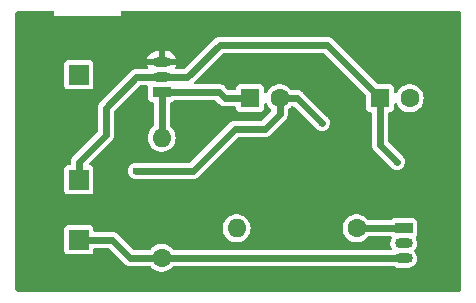
<source format=gbl>
%TF.GenerationSoftware,KiCad,Pcbnew,9.0.5*%
%TF.CreationDate,2026-01-24T20:46:11+00:00*%
%TF.ProjectId,Spectrum 48K Video Mod,53706563-7472-4756-9d20-34384b205669,1.0*%
%TF.SameCoordinates,Original*%
%TF.FileFunction,Copper,L2,Bot*%
%TF.FilePolarity,Positive*%
%FSLAX46Y46*%
G04 Gerber Fmt 4.6, Leading zero omitted, Abs format (unit mm)*
G04 Created by KiCad (PCBNEW 9.0.5) date 2026-01-24 20:46:11*
%MOMM*%
%LPD*%
G01*
G04 APERTURE LIST*
%TA.AperFunction,ComponentPad*%
%ADD10R,1.600000X1.600000*%
%TD*%
%TA.AperFunction,ComponentPad*%
%ADD11C,1.600000*%
%TD*%
%TA.AperFunction,ComponentPad*%
%ADD12R,1.700000X1.700000*%
%TD*%
%TA.AperFunction,ComponentPad*%
%ADD13R,1.500000X0.900000*%
%TD*%
%TA.AperFunction,ComponentPad*%
%ADD14O,1.500000X0.900000*%
%TD*%
%TA.AperFunction,ComponentPad*%
%ADD15O,1.600000X1.600000*%
%TD*%
%TA.AperFunction,ViaPad*%
%ADD16C,0.600000*%
%TD*%
%TA.AperFunction,Conductor*%
%ADD17C,0.600000*%
%TD*%
G04 APERTURE END LIST*
D10*
%TO.P,C1,1*%
%TO.N,Net-(C1-Pad1)*%
X125000000Y-98500000D03*
D11*
%TO.P,C1,2*%
%TO.N,VIDEO_OUT*%
X127500000Y-98500000D03*
%TD*%
D10*
%TO.P,C2,1*%
%TO.N,VIDEO_IN*%
X136000000Y-98500000D03*
D11*
%TO.P,C2,2*%
%TO.N,VIDEO_OUT*%
X138500000Y-98500000D03*
%TD*%
D12*
%TO.P,P1,1*%
%TO.N,+5V*%
X110490000Y-110490000D03*
%TD*%
%TO.P,P2,1*%
%TO.N,VIDEO_IN*%
X110490000Y-105410000D03*
%TD*%
%TO.P,P3,1*%
%TO.N,VIDEO_OUT*%
X110490000Y-96520000D03*
%TD*%
D13*
%TO.P,Q1,1*%
%TO.N,Net-(C1-Pad1)*%
X117500000Y-98000000D03*
D14*
%TO.P,Q1,2*%
%TO.N,VIDEO_IN*%
X117500000Y-96730000D03*
%TO.P,Q1,3*%
%TO.N,GNDPWR*%
X117500000Y-95460000D03*
%TD*%
D13*
%TO.P,Q2,1*%
%TO.N,Net-(Q2-Pad1)*%
X138000000Y-109500000D03*
D14*
%TO.P,Q2,2*%
%TO.N,VIDEO_IN*%
X138000000Y-110770000D03*
%TO.P,Q2,3*%
%TO.N,+5V*%
X138000000Y-112040000D03*
%TD*%
D11*
%TO.P,R1,1*%
%TO.N,+5V*%
X117500000Y-112000000D03*
D15*
%TO.P,R1,2*%
%TO.N,Net-(C1-Pad1)*%
X117500000Y-101840000D03*
%TD*%
D11*
%TO.P,R2,1*%
%TO.N,Net-(Q2-Pad1)*%
X134000000Y-109500000D03*
D15*
%TO.P,R2,2*%
%TO.N,VIDEO_OUT*%
X123840000Y-109500000D03*
%TD*%
D16*
%TO.N,VIDEO_OUT*%
X115316000Y-104648000D03*
X131064000Y-100584000D03*
%TO.N,VIDEO_IN*%
X137414000Y-103886000D03*
%TD*%
D17*
%TO.N,Net-(C1-Pad1)*%
X122384000Y-98000000D02*
X122884000Y-98500000D01*
X122884000Y-98500000D02*
X125000000Y-98500000D01*
X117500000Y-101840000D02*
X117500000Y-98000000D01*
X117500000Y-98000000D02*
X122384000Y-98000000D01*
%TO.N,VIDEO_OUT*%
X128980000Y-98500000D02*
X131064000Y-100584000D01*
X127500000Y-99830000D02*
X126238000Y-101092000D01*
X126238000Y-101092000D02*
X123698000Y-101092000D01*
X123698000Y-101092000D02*
X120142000Y-104648000D01*
X120142000Y-104648000D02*
X115316000Y-104648000D01*
X127500000Y-98500000D02*
X128980000Y-98500000D01*
X127500000Y-98500000D02*
X127500000Y-99830000D01*
%TO.N,VIDEO_IN*%
X115360000Y-96730000D02*
X112776000Y-99314000D01*
X112776000Y-99314000D02*
X112776000Y-101600000D01*
X112776000Y-101600000D02*
X110490000Y-103886000D01*
X110490000Y-103886000D02*
X110490000Y-105410000D01*
X119678000Y-96730000D02*
X122428000Y-93980000D01*
X122428000Y-93980000D02*
X131480000Y-93980000D01*
X131480000Y-93980000D02*
X136000000Y-98500000D01*
X137414000Y-103886000D02*
X136000000Y-102472000D01*
X136000000Y-102472000D02*
X136000000Y-98500000D01*
X117500000Y-96730000D02*
X115360000Y-96730000D01*
X117500000Y-96730000D02*
X119678000Y-96730000D01*
%TO.N,+5V*%
X117540000Y-112040000D02*
X117500000Y-112000000D01*
X114794000Y-112000000D02*
X113284000Y-110490000D01*
X113284000Y-110490000D02*
X110490000Y-110490000D01*
X117500000Y-112000000D02*
X114794000Y-112000000D01*
X138000000Y-112040000D02*
X117540000Y-112040000D01*
%TO.N,Net-(Q2-Pad1)*%
X134000000Y-109500000D02*
X138000000Y-109500000D01*
%TD*%
%TA.AperFunction,Conductor*%
%TO.N,GNDPWR*%
G36*
X108366621Y-91095502D02*
G01*
X108413114Y-91149158D01*
X108424500Y-91201500D01*
X108424500Y-91454469D01*
X108422587Y-91476343D01*
X108420876Y-91486048D01*
X108422586Y-91495746D01*
X108423750Y-91509059D01*
X108425249Y-91517559D01*
X108428707Y-91530468D01*
X108430418Y-91540170D01*
X108433935Y-91546262D01*
X108438452Y-91551645D01*
X108446982Y-91556570D01*
X108464972Y-91569167D01*
X108472518Y-91575499D01*
X108472519Y-91575499D01*
X108472520Y-91575500D01*
X108472521Y-91575500D01*
X108479123Y-91577903D01*
X108486047Y-91579124D01*
X108486047Y-91579123D01*
X108486048Y-91579124D01*
X108495746Y-91577413D01*
X108517625Y-91575500D01*
X113954470Y-91575500D01*
X113976350Y-91577414D01*
X113986047Y-91579124D01*
X113986047Y-91579123D01*
X113986048Y-91579124D01*
X113995746Y-91577413D01*
X114009067Y-91576248D01*
X114013310Y-91575500D01*
X114013312Y-91575500D01*
X114013313Y-91575499D01*
X114017576Y-91574748D01*
X114030473Y-91571290D01*
X114040172Y-91569581D01*
X114040173Y-91569579D01*
X114046260Y-91566064D01*
X114051641Y-91561549D01*
X114051645Y-91561548D01*
X114056569Y-91553018D01*
X114069165Y-91535028D01*
X114075500Y-91527480D01*
X114075500Y-91527479D01*
X114077902Y-91520879D01*
X114079122Y-91513955D01*
X114079124Y-91513952D01*
X114077414Y-91504253D01*
X114075500Y-91482374D01*
X114075500Y-91201500D01*
X114095502Y-91133379D01*
X114149158Y-91086886D01*
X114201500Y-91075500D01*
X142475469Y-91075500D01*
X142491743Y-91075500D01*
X142508188Y-91076578D01*
X142520804Y-91078238D01*
X142593421Y-91087798D01*
X142625193Y-91096312D01*
X142696925Y-91126025D01*
X142725410Y-91142470D01*
X142787006Y-91189734D01*
X142810264Y-91212993D01*
X142848962Y-91263425D01*
X142874563Y-91329645D01*
X142875000Y-91340129D01*
X142875000Y-114659870D01*
X142854998Y-114727991D01*
X142848962Y-114736574D01*
X142810264Y-114787006D01*
X142787006Y-114810265D01*
X142725410Y-114857529D01*
X142696925Y-114873974D01*
X142625193Y-114903687D01*
X142593420Y-114912201D01*
X142508189Y-114923422D01*
X142491743Y-114924500D01*
X105508257Y-114924500D01*
X105491811Y-114923422D01*
X105406579Y-114912201D01*
X105374806Y-114903687D01*
X105303074Y-114873974D01*
X105274589Y-114857529D01*
X105212993Y-114810265D01*
X105189734Y-114787006D01*
X105142470Y-114725410D01*
X105126025Y-114696925D01*
X105096312Y-114625193D01*
X105087798Y-114593419D01*
X105076578Y-114508187D01*
X105075500Y-114491742D01*
X105075500Y-111376207D01*
X109258500Y-111376207D01*
X109269304Y-111450361D01*
X109269304Y-111450363D01*
X109325223Y-111564745D01*
X109325224Y-111564747D01*
X109415252Y-111654775D01*
X109415254Y-111654776D01*
X109529639Y-111710696D01*
X109603794Y-111721500D01*
X109603800Y-111721500D01*
X111376200Y-111721500D01*
X111376206Y-111721500D01*
X111450361Y-111710696D01*
X111564746Y-111654776D01*
X111654776Y-111564746D01*
X111710696Y-111450361D01*
X111721500Y-111376206D01*
X111721500Y-111297500D01*
X111741502Y-111229379D01*
X111795158Y-111182886D01*
X111847500Y-111171500D01*
X112949523Y-111171500D01*
X113017644Y-111191502D01*
X113038618Y-111208405D01*
X114294846Y-112464632D01*
X114300062Y-112470173D01*
X114338760Y-112513853D01*
X114338763Y-112513856D01*
X114386795Y-112547010D01*
X114392906Y-112551506D01*
X114438845Y-112587497D01*
X114438846Y-112587497D01*
X114438847Y-112587498D01*
X114447380Y-112591338D01*
X114467253Y-112602546D01*
X114474965Y-112607870D01*
X114529550Y-112628571D01*
X114536551Y-112631471D01*
X114589762Y-112655420D01*
X114598973Y-112657107D01*
X114620947Y-112663233D01*
X114623994Y-112664388D01*
X114629709Y-112666556D01*
X114687657Y-112673591D01*
X114695141Y-112674730D01*
X114752550Y-112685252D01*
X114810778Y-112681729D01*
X114818385Y-112681500D01*
X116471359Y-112681500D01*
X116539480Y-112701502D01*
X116571908Y-112731566D01*
X116622907Y-112799100D01*
X116623124Y-112799387D01*
X116784931Y-112946893D01*
X116784934Y-112946895D01*
X116971097Y-113062163D01*
X116971099Y-113062163D01*
X116971104Y-113062167D01*
X117175282Y-113141266D01*
X117390518Y-113181500D01*
X117390520Y-113181500D01*
X117609480Y-113181500D01*
X117609482Y-113181500D01*
X117824718Y-113141266D01*
X118028896Y-113062167D01*
X118215063Y-112946897D01*
X118215065Y-112946894D01*
X118215068Y-112946893D01*
X118376875Y-112799387D01*
X118376877Y-112799385D01*
X118376877Y-112799384D01*
X118376880Y-112799382D01*
X118397884Y-112771568D01*
X118454897Y-112729261D01*
X118498434Y-112721500D01*
X137180059Y-112721500D01*
X137248180Y-112741502D01*
X137256310Y-112747192D01*
X137268788Y-112756677D01*
X137268791Y-112756679D01*
X137360483Y-112799100D01*
X137432935Y-112832620D01*
X137609569Y-112871500D01*
X137609573Y-112871500D01*
X138345074Y-112871500D01*
X138345082Y-112871500D01*
X138479802Y-112856848D01*
X138651197Y-112799099D01*
X138806170Y-112705855D01*
X138937475Y-112581476D01*
X139038972Y-112431778D01*
X139105916Y-112263762D01*
X139135176Y-112085282D01*
X139125385Y-111904685D01*
X139076999Y-111730415D01*
X138992282Y-111570621D01*
X138976445Y-111551977D01*
X138923137Y-111489217D01*
X138894281Y-111424349D01*
X138905076Y-111354177D01*
X138932521Y-111316168D01*
X138937475Y-111311476D01*
X139038972Y-111161778D01*
X139105916Y-110993762D01*
X139135176Y-110815282D01*
X139125385Y-110634685D01*
X139076999Y-110460415D01*
X139076999Y-110460414D01*
X139076998Y-110460411D01*
X139017404Y-110348006D01*
X139003167Y-110278451D01*
X139028795Y-110212241D01*
X139039624Y-110199897D01*
X139064776Y-110174746D01*
X139120696Y-110060361D01*
X139131500Y-109986206D01*
X139131500Y-109013794D01*
X139120696Y-108939639D01*
X139064776Y-108825254D01*
X139064775Y-108825252D01*
X138974747Y-108735224D01*
X138974745Y-108735223D01*
X138860362Y-108679304D01*
X138786207Y-108668500D01*
X138786206Y-108668500D01*
X137213794Y-108668500D01*
X137213792Y-108668500D01*
X137139638Y-108679304D01*
X137139636Y-108679304D01*
X137025255Y-108735222D01*
X137002069Y-108758408D01*
X136978881Y-108781596D01*
X136916572Y-108815620D01*
X136889788Y-108818500D01*
X135028641Y-108818500D01*
X134960520Y-108798498D01*
X134928091Y-108768433D01*
X134876880Y-108700618D01*
X134876878Y-108700616D01*
X134876875Y-108700612D01*
X134715068Y-108553106D01*
X134715065Y-108553104D01*
X134528902Y-108437836D01*
X134528897Y-108437834D01*
X134528896Y-108437833D01*
X134324721Y-108358735D01*
X134324722Y-108358735D01*
X134324719Y-108358734D01*
X134324718Y-108358734D01*
X134109482Y-108318500D01*
X133890518Y-108318500D01*
X133675282Y-108358734D01*
X133675277Y-108358735D01*
X133471108Y-108437831D01*
X133471097Y-108437836D01*
X133284934Y-108553104D01*
X133284931Y-108553106D01*
X133123124Y-108700612D01*
X133123122Y-108700614D01*
X132991165Y-108875355D01*
X132991161Y-108875360D01*
X132893567Y-109071354D01*
X132893562Y-109071368D01*
X132833641Y-109281968D01*
X132813438Y-109500000D01*
X132833641Y-109718031D01*
X132893562Y-109928631D01*
X132893567Y-109928645D01*
X132991161Y-110124639D01*
X132991165Y-110124644D01*
X133123122Y-110299385D01*
X133123124Y-110299387D01*
X133284931Y-110446893D01*
X133284934Y-110446895D01*
X133471097Y-110562163D01*
X133471099Y-110562163D01*
X133471104Y-110562167D01*
X133675282Y-110641266D01*
X133890518Y-110681500D01*
X133890520Y-110681500D01*
X134109480Y-110681500D01*
X134109482Y-110681500D01*
X134324718Y-110641266D01*
X134528896Y-110562167D01*
X134715063Y-110446897D01*
X134715065Y-110446894D01*
X134715068Y-110446893D01*
X134876875Y-110299387D01*
X134876876Y-110299385D01*
X134876880Y-110299382D01*
X134928091Y-110231567D01*
X134985104Y-110189261D01*
X135028641Y-110181500D01*
X136856747Y-110181500D01*
X136924868Y-110201502D01*
X136971361Y-110255158D01*
X136981465Y-110325432D01*
X136963516Y-110371803D01*
X136964230Y-110372182D01*
X136961045Y-110378189D01*
X136961039Y-110378206D01*
X136961028Y-110378220D01*
X136894083Y-110546238D01*
X136864824Y-110724717D01*
X136864824Y-110724718D01*
X136874614Y-110905312D01*
X136874616Y-110905320D01*
X136923000Y-111079584D01*
X136972781Y-111173481D01*
X136987017Y-111243035D01*
X136961389Y-111309245D01*
X136904034Y-111351089D01*
X136861458Y-111358500D01*
X118558847Y-111358500D01*
X118490726Y-111338498D01*
X118458297Y-111308432D01*
X118376877Y-111200614D01*
X118376875Y-111200612D01*
X118215068Y-111053106D01*
X118215065Y-111053104D01*
X118028902Y-110937836D01*
X118028897Y-110937834D01*
X118028896Y-110937833D01*
X118028891Y-110937831D01*
X117824721Y-110858735D01*
X117824722Y-110858735D01*
X117824719Y-110858734D01*
X117824718Y-110858734D01*
X117609482Y-110818500D01*
X117390518Y-110818500D01*
X117175282Y-110858734D01*
X117175277Y-110858735D01*
X116971108Y-110937831D01*
X116971097Y-110937836D01*
X116784934Y-111053104D01*
X116784931Y-111053106D01*
X116623124Y-111200612D01*
X116601401Y-111229379D01*
X116571908Y-111268432D01*
X116514896Y-111310739D01*
X116471359Y-111318500D01*
X115128476Y-111318500D01*
X115060355Y-111298498D01*
X115039381Y-111281595D01*
X113783145Y-110025358D01*
X113777928Y-110019817D01*
X113739235Y-109976142D01*
X113739234Y-109976141D01*
X113691221Y-109943000D01*
X113685093Y-109938491D01*
X113639157Y-109902503D01*
X113639155Y-109902502D01*
X113630601Y-109898652D01*
X113610745Y-109887452D01*
X113603039Y-109882133D01*
X113603035Y-109882130D01*
X113582416Y-109874310D01*
X113548475Y-109861438D01*
X113541445Y-109858526D01*
X113537736Y-109856857D01*
X113488237Y-109834579D01*
X113488235Y-109834578D01*
X113479008Y-109832887D01*
X113457054Y-109826767D01*
X113448291Y-109823444D01*
X113390373Y-109816410D01*
X113382856Y-109815266D01*
X113325450Y-109804748D01*
X113267221Y-109808270D01*
X113259614Y-109808500D01*
X111847500Y-109808500D01*
X111779379Y-109788498D01*
X111732886Y-109734842D01*
X111721500Y-109682500D01*
X111721500Y-109603800D01*
X111721500Y-109603794D01*
X111710696Y-109529639D01*
X111696206Y-109500000D01*
X122653438Y-109500000D01*
X122673641Y-109718031D01*
X122733562Y-109928631D01*
X122733567Y-109928645D01*
X122831161Y-110124639D01*
X122831165Y-110124644D01*
X122963122Y-110299385D01*
X122963124Y-110299387D01*
X123124931Y-110446893D01*
X123124934Y-110446895D01*
X123311097Y-110562163D01*
X123311099Y-110562163D01*
X123311104Y-110562167D01*
X123515282Y-110641266D01*
X123730518Y-110681500D01*
X123730520Y-110681500D01*
X123949480Y-110681500D01*
X123949482Y-110681500D01*
X124164718Y-110641266D01*
X124368896Y-110562167D01*
X124555063Y-110446897D01*
X124555065Y-110446894D01*
X124555068Y-110446893D01*
X124716875Y-110299387D01*
X124716877Y-110299385D01*
X124716877Y-110299384D01*
X124716880Y-110299382D01*
X124848835Y-110124644D01*
X124848836Y-110124640D01*
X124848838Y-110124639D01*
X124946432Y-109928645D01*
X124946433Y-109928641D01*
X124946436Y-109928636D01*
X125006359Y-109718030D01*
X125026562Y-109500000D01*
X125006359Y-109281970D01*
X124946436Y-109071364D01*
X124946434Y-109071360D01*
X124946432Y-109071354D01*
X124848838Y-108875360D01*
X124848834Y-108875355D01*
X124810998Y-108825252D01*
X124716880Y-108700618D01*
X124716877Y-108700614D01*
X124716875Y-108700612D01*
X124555068Y-108553106D01*
X124555065Y-108553104D01*
X124368902Y-108437836D01*
X124368897Y-108437834D01*
X124368896Y-108437833D01*
X124164721Y-108358735D01*
X124164722Y-108358735D01*
X124164719Y-108358734D01*
X124164718Y-108358734D01*
X123949482Y-108318500D01*
X123730518Y-108318500D01*
X123515282Y-108358734D01*
X123515277Y-108358735D01*
X123311108Y-108437831D01*
X123311097Y-108437836D01*
X123124934Y-108553104D01*
X123124931Y-108553106D01*
X122963124Y-108700612D01*
X122963122Y-108700614D01*
X122831165Y-108875355D01*
X122831161Y-108875360D01*
X122733567Y-109071354D01*
X122733562Y-109071368D01*
X122673641Y-109281968D01*
X122653438Y-109500000D01*
X111696206Y-109500000D01*
X111654776Y-109415254D01*
X111654775Y-109415252D01*
X111564747Y-109325224D01*
X111564745Y-109325223D01*
X111450362Y-109269304D01*
X111376207Y-109258500D01*
X111376206Y-109258500D01*
X109603794Y-109258500D01*
X109603792Y-109258500D01*
X109529638Y-109269304D01*
X109529636Y-109269304D01*
X109415254Y-109325223D01*
X109415252Y-109325224D01*
X109325224Y-109415252D01*
X109325223Y-109415254D01*
X109269304Y-109529636D01*
X109269304Y-109529638D01*
X109258500Y-109603792D01*
X109258500Y-111376207D01*
X105075500Y-111376207D01*
X105075500Y-106296207D01*
X109258500Y-106296207D01*
X109269304Y-106370361D01*
X109269304Y-106370363D01*
X109325223Y-106484745D01*
X109325224Y-106484747D01*
X109415252Y-106574775D01*
X109415254Y-106574776D01*
X109529639Y-106630696D01*
X109603794Y-106641500D01*
X109603800Y-106641500D01*
X111376200Y-106641500D01*
X111376206Y-106641500D01*
X111450361Y-106630696D01*
X111564746Y-106574776D01*
X111654776Y-106484746D01*
X111710696Y-106370361D01*
X111721500Y-106296206D01*
X111721500Y-104523794D01*
X111710696Y-104449639D01*
X111704604Y-104437178D01*
X111654776Y-104335254D01*
X111654775Y-104335252D01*
X111564747Y-104245224D01*
X111564745Y-104245223D01*
X111450363Y-104189304D01*
X111450356Y-104189302D01*
X111437114Y-104187373D01*
X111372590Y-104157757D01*
X111334320Y-104097957D01*
X111334456Y-104026961D01*
X111366186Y-103973599D01*
X113240647Y-102099137D01*
X113246174Y-102093935D01*
X113289854Y-102055239D01*
X113289854Y-102055238D01*
X113289856Y-102055237D01*
X113323018Y-102007191D01*
X113327509Y-102001088D01*
X113363497Y-101955155D01*
X113367339Y-101946615D01*
X113378544Y-101926749D01*
X113383870Y-101919035D01*
X113404571Y-101864446D01*
X113407460Y-101857473D01*
X113431421Y-101804237D01*
X113433110Y-101795015D01*
X113439237Y-101773041D01*
X113442556Y-101764291D01*
X113449594Y-101706323D01*
X113450725Y-101698890D01*
X113461252Y-101641450D01*
X113457730Y-101583220D01*
X113457500Y-101575613D01*
X113457500Y-99648477D01*
X113477502Y-99580356D01*
X113494405Y-99559382D01*
X115605382Y-97448405D01*
X115667694Y-97414379D01*
X115694477Y-97411500D01*
X116242500Y-97411500D01*
X116310621Y-97431502D01*
X116357114Y-97485158D01*
X116368500Y-97537500D01*
X116368500Y-98486207D01*
X116379304Y-98560361D01*
X116379304Y-98560363D01*
X116435223Y-98674745D01*
X116435224Y-98674747D01*
X116525252Y-98764775D01*
X116525254Y-98764776D01*
X116639636Y-98820695D01*
X116639639Y-98820696D01*
X116710667Y-98831044D01*
X116775190Y-98860657D01*
X116813462Y-98920454D01*
X116818500Y-98955727D01*
X116818500Y-100806872D01*
X116798498Y-100874993D01*
X116777386Y-100899985D01*
X116747809Y-100926949D01*
X116623120Y-101040616D01*
X116491165Y-101215355D01*
X116491161Y-101215360D01*
X116393567Y-101411354D01*
X116393562Y-101411368D01*
X116333641Y-101621968D01*
X116313438Y-101840000D01*
X116333641Y-102058031D01*
X116393562Y-102268631D01*
X116393567Y-102268645D01*
X116491161Y-102464639D01*
X116491165Y-102464644D01*
X116623122Y-102639385D01*
X116623124Y-102639387D01*
X116784931Y-102786893D01*
X116784934Y-102786895D01*
X116971097Y-102902163D01*
X116971099Y-102902163D01*
X116971104Y-102902167D01*
X117175282Y-102981266D01*
X117390518Y-103021500D01*
X117390520Y-103021500D01*
X117609480Y-103021500D01*
X117609482Y-103021500D01*
X117824718Y-102981266D01*
X118028896Y-102902167D01*
X118215063Y-102786897D01*
X118215065Y-102786894D01*
X118215068Y-102786893D01*
X118376875Y-102639387D01*
X118376877Y-102639385D01*
X118376877Y-102639384D01*
X118376880Y-102639382D01*
X118508835Y-102464644D01*
X118508836Y-102464640D01*
X118508838Y-102464639D01*
X118606432Y-102268645D01*
X118606433Y-102268641D01*
X118606436Y-102268636D01*
X118666359Y-102058030D01*
X118686562Y-101840000D01*
X118666359Y-101621970D01*
X118606436Y-101411364D01*
X118606434Y-101411360D01*
X118606432Y-101411354D01*
X118508838Y-101215360D01*
X118508834Y-101215355D01*
X118376879Y-101040616D01*
X118269443Y-100942676D01*
X118222614Y-100899986D01*
X118185748Y-100839313D01*
X118181500Y-100806872D01*
X118181500Y-98955727D01*
X118201502Y-98887606D01*
X118255158Y-98841113D01*
X118289329Y-98831044D01*
X118360361Y-98820696D01*
X118474746Y-98764776D01*
X118521118Y-98718403D01*
X118583428Y-98684380D01*
X118610212Y-98681500D01*
X122049523Y-98681500D01*
X122117644Y-98701502D01*
X122138618Y-98718405D01*
X122384853Y-98964640D01*
X122390070Y-98970181D01*
X122396846Y-98977830D01*
X122428763Y-99013856D01*
X122476797Y-99047011D01*
X122482898Y-99051501D01*
X122528845Y-99087498D01*
X122537391Y-99091344D01*
X122557253Y-99102546D01*
X122564965Y-99107870D01*
X122619535Y-99128565D01*
X122626523Y-99131459D01*
X122679763Y-99155421D01*
X122688981Y-99157110D01*
X122710947Y-99163233D01*
X122719709Y-99166556D01*
X122777675Y-99173594D01*
X122785118Y-99174727D01*
X122842550Y-99185252D01*
X122900779Y-99181729D01*
X122908386Y-99181500D01*
X123692500Y-99181500D01*
X123760621Y-99201502D01*
X123807114Y-99255158D01*
X123818500Y-99307500D01*
X123818500Y-99336207D01*
X123829304Y-99410361D01*
X123829304Y-99410363D01*
X123885223Y-99524745D01*
X123885224Y-99524747D01*
X123975252Y-99614775D01*
X123975254Y-99614776D01*
X124089639Y-99670696D01*
X124163794Y-99681500D01*
X124163800Y-99681500D01*
X125836200Y-99681500D01*
X125836206Y-99681500D01*
X125910361Y-99670696D01*
X126024746Y-99614776D01*
X126114776Y-99524746D01*
X126170696Y-99410361D01*
X126181500Y-99336206D01*
X126181500Y-99038473D01*
X126201502Y-98970352D01*
X126255158Y-98923859D01*
X126325432Y-98913755D01*
X126390012Y-98943249D01*
X126420290Y-98982310D01*
X126491161Y-99124639D01*
X126491165Y-99124644D01*
X126623120Y-99299383D01*
X126663514Y-99336206D01*
X126757714Y-99422080D01*
X126794580Y-99482752D01*
X126792792Y-99553726D01*
X126761924Y-99604289D01*
X125992616Y-100373596D01*
X125930306Y-100407620D01*
X125903523Y-100410500D01*
X123722385Y-100410500D01*
X123714778Y-100410270D01*
X123656550Y-100406748D01*
X123656549Y-100406748D01*
X123656548Y-100406748D01*
X123599141Y-100417266D01*
X123591626Y-100418410D01*
X123533709Y-100425444D01*
X123533704Y-100425445D01*
X123524948Y-100428766D01*
X123502997Y-100434886D01*
X123493764Y-100436578D01*
X123440563Y-100460522D01*
X123433535Y-100463433D01*
X123378964Y-100484130D01*
X123378963Y-100484130D01*
X123371245Y-100489458D01*
X123351392Y-100500655D01*
X123342852Y-100504498D01*
X123342842Y-100504505D01*
X123296925Y-100540477D01*
X123290801Y-100544984D01*
X123242760Y-100578146D01*
X123204063Y-100621825D01*
X123198847Y-100627365D01*
X119896618Y-103929595D01*
X119834306Y-103963621D01*
X119807523Y-103966500D01*
X115233247Y-103966500D01*
X115200321Y-103974616D01*
X115185355Y-103977358D01*
X115151714Y-103981442D01*
X115151709Y-103981443D01*
X115120005Y-103993467D01*
X115105486Y-103997991D01*
X115092059Y-104001300D01*
X115072561Y-104006107D01*
X115072554Y-104006110D01*
X115042534Y-104021864D01*
X115028670Y-104028104D01*
X114996964Y-104040129D01*
X114996961Y-104040131D01*
X114969061Y-104059389D01*
X114956045Y-104067258D01*
X114926022Y-104083016D01*
X114900632Y-104105508D01*
X114888662Y-104114885D01*
X114860765Y-104134141D01*
X114860758Y-104134148D01*
X114838277Y-104159523D01*
X114827523Y-104170277D01*
X114802148Y-104192758D01*
X114802141Y-104192765D01*
X114782885Y-104220662D01*
X114773508Y-104232632D01*
X114751016Y-104258022D01*
X114735258Y-104288045D01*
X114727389Y-104301061D01*
X114708131Y-104328961D01*
X114708129Y-104328964D01*
X114696104Y-104360670D01*
X114689864Y-104374534D01*
X114674110Y-104404554D01*
X114674107Y-104404561D01*
X114665992Y-104437484D01*
X114661467Y-104452005D01*
X114649443Y-104483709D01*
X114649442Y-104483714D01*
X114645358Y-104517355D01*
X114642616Y-104532321D01*
X114634500Y-104565247D01*
X114634500Y-104599161D01*
X114633581Y-104614350D01*
X114629495Y-104647998D01*
X114629495Y-104648000D01*
X114633581Y-104681649D01*
X114634500Y-104696838D01*
X114634500Y-104730755D01*
X114642614Y-104763670D01*
X114645357Y-104778637D01*
X114649442Y-104812286D01*
X114649444Y-104812293D01*
X114661465Y-104843990D01*
X114665991Y-104858512D01*
X114674107Y-104891438D01*
X114689863Y-104921460D01*
X114696105Y-104935329D01*
X114708130Y-104967035D01*
X114708131Y-104967036D01*
X114708132Y-104967039D01*
X114727388Y-104994937D01*
X114735257Y-105007953D01*
X114751016Y-105037977D01*
X114751015Y-105037977D01*
X114751017Y-105037979D01*
X114773505Y-105063363D01*
X114782884Y-105075334D01*
X114802143Y-105103236D01*
X114802145Y-105103238D01*
X114827520Y-105125718D01*
X114838280Y-105136478D01*
X114860763Y-105161856D01*
X114888665Y-105181115D01*
X114900636Y-105190494D01*
X114926021Y-105212983D01*
X114956046Y-105228741D01*
X114969059Y-105236608D01*
X114996965Y-105255870D01*
X115028672Y-105267895D01*
X115042543Y-105274138D01*
X115072562Y-105289893D01*
X115072565Y-105289893D01*
X115072568Y-105289895D01*
X115105479Y-105298006D01*
X115120006Y-105302532D01*
X115151709Y-105314556D01*
X115185365Y-105318642D01*
X115200330Y-105321385D01*
X115201150Y-105321587D01*
X115233251Y-105329500D01*
X115274781Y-105329500D01*
X120117614Y-105329500D01*
X120125220Y-105329729D01*
X120183450Y-105333252D01*
X120240890Y-105322725D01*
X120248323Y-105321594D01*
X120306291Y-105314556D01*
X120315043Y-105311236D01*
X120337015Y-105305110D01*
X120346237Y-105303421D01*
X120399460Y-105279466D01*
X120406462Y-105276565D01*
X120461035Y-105255870D01*
X120468746Y-105250546D01*
X120488612Y-105239342D01*
X120497155Y-105235498D01*
X120543119Y-105199485D01*
X120549202Y-105195011D01*
X120597237Y-105161856D01*
X120635945Y-105118162D01*
X120641130Y-105112655D01*
X123943381Y-101810405D01*
X124005693Y-101776379D01*
X124032476Y-101773500D01*
X126213614Y-101773500D01*
X126221220Y-101773729D01*
X126279450Y-101777252D01*
X126336890Y-101766725D01*
X126344323Y-101765594D01*
X126402291Y-101758556D01*
X126411043Y-101755236D01*
X126433015Y-101749110D01*
X126442237Y-101747421D01*
X126495460Y-101723466D01*
X126502462Y-101720565D01*
X126557035Y-101699870D01*
X126564746Y-101694546D01*
X126584612Y-101683342D01*
X126593155Y-101679498D01*
X126639119Y-101643485D01*
X126645202Y-101639011D01*
X126693237Y-101605856D01*
X126731945Y-101562162D01*
X126737130Y-101556655D01*
X127964655Y-100329130D01*
X127970162Y-100323945D01*
X128013856Y-100285237D01*
X128047011Y-100237202D01*
X128051485Y-100231119D01*
X128087498Y-100185155D01*
X128091342Y-100176612D01*
X128102546Y-100156746D01*
X128107870Y-100149035D01*
X128128565Y-100094462D01*
X128131470Y-100087451D01*
X128155421Y-100034237D01*
X128157110Y-100025015D01*
X128163235Y-100003046D01*
X128166556Y-99994291D01*
X128173589Y-99936361D01*
X128174729Y-99928867D01*
X128185253Y-99871450D01*
X128181730Y-99813210D01*
X128181500Y-99805602D01*
X128181500Y-99533128D01*
X128201502Y-99465007D01*
X128222613Y-99440014D01*
X128376880Y-99299382D01*
X128428091Y-99231567D01*
X128485104Y-99189261D01*
X128528641Y-99181500D01*
X128645523Y-99181500D01*
X128713644Y-99201502D01*
X128734618Y-99218405D01*
X130530219Y-101014005D01*
X130544819Y-101031523D01*
X130550144Y-101039237D01*
X130593816Y-101077927D01*
X130593824Y-101077934D01*
X130599351Y-101083137D01*
X130611253Y-101095039D01*
X130624499Y-101105416D01*
X130630326Y-101110272D01*
X130674021Y-101148983D01*
X130682324Y-101153340D01*
X130701463Y-101165715D01*
X130708845Y-101171498D01*
X130762068Y-101195451D01*
X130768873Y-101198765D01*
X130820562Y-101225893D01*
X130829661Y-101228135D01*
X130851212Y-101235572D01*
X130859763Y-101239421D01*
X130917151Y-101249937D01*
X130924584Y-101251533D01*
X130981243Y-101265499D01*
X130981250Y-101265499D01*
X130981251Y-101265500D01*
X130990627Y-101265500D01*
X131013336Y-101267563D01*
X131022550Y-101269252D01*
X131080778Y-101265729D01*
X131088385Y-101265500D01*
X131146750Y-101265500D01*
X131155840Y-101263259D01*
X131178402Y-101259824D01*
X131187746Y-101259260D01*
X131243467Y-101241895D01*
X131250785Y-101239856D01*
X131252558Y-101239419D01*
X131307438Y-101225893D01*
X131315726Y-101221543D01*
X131336806Y-101212810D01*
X131345750Y-101210024D01*
X131395722Y-101179814D01*
X131402293Y-101176108D01*
X131453979Y-101148983D01*
X131460989Y-101142771D01*
X131479362Y-101129253D01*
X131487381Y-101124406D01*
X131528672Y-101083114D01*
X131534183Y-101077927D01*
X131577856Y-101039237D01*
X131583176Y-101031529D01*
X131597777Y-101014009D01*
X131604406Y-101007381D01*
X131634596Y-100957438D01*
X131638707Y-100951077D01*
X131671870Y-100903035D01*
X131675192Y-100894273D01*
X131685177Y-100873766D01*
X131690024Y-100865750D01*
X131707399Y-100809988D01*
X131709853Y-100802878D01*
X131730556Y-100748291D01*
X131731685Y-100738990D01*
X131736471Y-100716692D01*
X131739260Y-100707746D01*
X131742782Y-100649505D01*
X131743471Y-100641922D01*
X131745239Y-100627365D01*
X131750505Y-100584000D01*
X131749374Y-100574692D01*
X131748686Y-100551903D01*
X131749252Y-100542550D01*
X131738727Y-100485118D01*
X131737594Y-100477675D01*
X131730556Y-100419709D01*
X131727233Y-100410947D01*
X131721110Y-100388981D01*
X131719421Y-100379763D01*
X131695459Y-100326523D01*
X131692560Y-100319523D01*
X131679557Y-100285236D01*
X131671870Y-100264965D01*
X131666546Y-100257253D01*
X131655344Y-100237391D01*
X131651498Y-100228845D01*
X131651496Y-100228842D01*
X131651493Y-100228837D01*
X131615517Y-100182917D01*
X131611007Y-100176789D01*
X131577855Y-100128762D01*
X131577853Y-100128760D01*
X131534173Y-100090062D01*
X131528632Y-100084846D01*
X129479145Y-98035358D01*
X129473928Y-98029817D01*
X129435235Y-97986142D01*
X129435234Y-97986141D01*
X129387221Y-97953000D01*
X129381093Y-97948491D01*
X129335157Y-97912503D01*
X129335155Y-97912502D01*
X129326601Y-97908652D01*
X129306745Y-97897452D01*
X129299039Y-97892133D01*
X129299035Y-97892130D01*
X129254816Y-97875360D01*
X129244475Y-97871438D01*
X129237445Y-97868526D01*
X129233736Y-97866857D01*
X129184237Y-97844579D01*
X129184235Y-97844578D01*
X129175008Y-97842887D01*
X129153054Y-97836767D01*
X129144291Y-97833444D01*
X129086373Y-97826410D01*
X129078856Y-97825266D01*
X129021450Y-97814748D01*
X128963221Y-97818270D01*
X128955614Y-97818500D01*
X128528641Y-97818500D01*
X128460520Y-97798498D01*
X128428091Y-97768433D01*
X128376880Y-97700618D01*
X128376878Y-97700616D01*
X128376875Y-97700612D01*
X128215068Y-97553106D01*
X128215065Y-97553104D01*
X128028902Y-97437836D01*
X128028897Y-97437834D01*
X128028896Y-97437833D01*
X128012554Y-97431502D01*
X127824721Y-97358735D01*
X127824722Y-97358735D01*
X127824719Y-97358734D01*
X127824718Y-97358734D01*
X127609482Y-97318500D01*
X127390518Y-97318500D01*
X127175282Y-97358734D01*
X127175277Y-97358735D01*
X126971108Y-97437831D01*
X126971097Y-97437836D01*
X126784934Y-97553104D01*
X126784931Y-97553106D01*
X126623124Y-97700612D01*
X126623122Y-97700614D01*
X126491165Y-97875355D01*
X126491164Y-97875356D01*
X126420290Y-98017690D01*
X126372021Y-98069753D01*
X126303267Y-98087455D01*
X126235856Y-98065175D01*
X126191192Y-98009988D01*
X126181500Y-97961526D01*
X126181500Y-97663800D01*
X126181500Y-97663794D01*
X126170696Y-97589639D01*
X126152834Y-97553103D01*
X126114776Y-97475254D01*
X126114775Y-97475252D01*
X126024747Y-97385224D01*
X126024745Y-97385223D01*
X125910362Y-97329304D01*
X125836207Y-97318500D01*
X125836206Y-97318500D01*
X124163794Y-97318500D01*
X124163792Y-97318500D01*
X124089638Y-97329304D01*
X124089636Y-97329304D01*
X123975254Y-97385223D01*
X123975252Y-97385224D01*
X123885224Y-97475252D01*
X123885223Y-97475254D01*
X123829304Y-97589636D01*
X123829304Y-97589638D01*
X123818500Y-97663792D01*
X123818500Y-97692500D01*
X123798498Y-97760621D01*
X123744842Y-97807114D01*
X123692500Y-97818500D01*
X123218477Y-97818500D01*
X123150356Y-97798498D01*
X123129382Y-97781595D01*
X122883145Y-97535358D01*
X122877928Y-97529817D01*
X122839235Y-97486142D01*
X122839234Y-97486141D01*
X122791221Y-97453000D01*
X122785093Y-97448491D01*
X122739157Y-97412503D01*
X122739155Y-97412502D01*
X122730601Y-97408652D01*
X122710745Y-97397452D01*
X122703039Y-97392133D01*
X122703035Y-97392130D01*
X122682416Y-97384310D01*
X122648475Y-97371438D01*
X122641445Y-97368526D01*
X122619688Y-97358734D01*
X122588237Y-97344579D01*
X122588235Y-97344578D01*
X122579008Y-97342887D01*
X122557054Y-97336767D01*
X122548291Y-97333444D01*
X122490373Y-97326410D01*
X122482856Y-97325266D01*
X122425450Y-97314748D01*
X122367221Y-97318270D01*
X122359614Y-97318500D01*
X120357476Y-97318500D01*
X120289355Y-97298498D01*
X120242862Y-97244842D01*
X120232758Y-97174568D01*
X120262252Y-97109988D01*
X120268381Y-97103405D01*
X122673381Y-94698405D01*
X122735693Y-94664379D01*
X122762476Y-94661500D01*
X131145523Y-94661500D01*
X131213644Y-94681502D01*
X131234618Y-94698405D01*
X134781595Y-98245381D01*
X134815621Y-98307693D01*
X134818500Y-98334476D01*
X134818500Y-99336207D01*
X134829304Y-99410361D01*
X134829304Y-99410363D01*
X134885223Y-99524745D01*
X134885224Y-99524747D01*
X134975252Y-99614775D01*
X134975254Y-99614776D01*
X135089639Y-99670696D01*
X135163794Y-99681500D01*
X135192500Y-99681500D01*
X135260621Y-99701502D01*
X135307114Y-99755158D01*
X135318500Y-99807500D01*
X135318500Y-102447613D01*
X135318270Y-102455220D01*
X135314748Y-102513450D01*
X135325266Y-102570856D01*
X135326410Y-102578373D01*
X135333444Y-102636291D01*
X135336767Y-102645054D01*
X135342887Y-102667008D01*
X135344578Y-102676234D01*
X135368526Y-102729445D01*
X135371438Y-102736475D01*
X135392130Y-102791035D01*
X135392133Y-102791039D01*
X135397452Y-102798745D01*
X135408652Y-102818601D01*
X135412502Y-102827155D01*
X135412503Y-102827157D01*
X135448491Y-102873093D01*
X135453000Y-102879221D01*
X135486141Y-102927234D01*
X135486142Y-102927235D01*
X135529817Y-102965928D01*
X135535358Y-102971145D01*
X136880221Y-104316008D01*
X136894821Y-104333526D01*
X136900141Y-104341234D01*
X136900142Y-104341235D01*
X136900143Y-104341236D01*
X136900144Y-104341237D01*
X136943816Y-104379927D01*
X136949343Y-104385130D01*
X136961253Y-104397040D01*
X136974505Y-104407422D01*
X136980348Y-104412293D01*
X137024016Y-104450979D01*
X137024021Y-104450983D01*
X137032323Y-104455340D01*
X137051467Y-104467718D01*
X137058845Y-104473498D01*
X137112068Y-104497451D01*
X137118873Y-104500765D01*
X137170562Y-104527893D01*
X137179661Y-104530135D01*
X137201212Y-104537572D01*
X137209763Y-104541421D01*
X137267151Y-104551937D01*
X137274584Y-104553533D01*
X137331243Y-104567499D01*
X137331250Y-104567499D01*
X137331251Y-104567500D01*
X137340627Y-104567500D01*
X137363336Y-104569563D01*
X137372550Y-104571252D01*
X137430779Y-104567729D01*
X137438386Y-104567500D01*
X137496749Y-104567500D01*
X137505839Y-104565258D01*
X137528398Y-104561824D01*
X137537747Y-104561260D01*
X137593457Y-104543899D01*
X137600765Y-104541861D01*
X137657438Y-104527893D01*
X137665732Y-104523539D01*
X137686794Y-104514814D01*
X137695750Y-104512024D01*
X137745722Y-104481814D01*
X137752293Y-104478108D01*
X137803979Y-104450983D01*
X137810989Y-104444771D01*
X137829362Y-104431253D01*
X137837381Y-104426406D01*
X137878672Y-104385114D01*
X137884183Y-104379927D01*
X137927856Y-104341237D01*
X137933176Y-104333529D01*
X137947777Y-104316009D01*
X137954406Y-104309381D01*
X137984596Y-104259438D01*
X137988707Y-104253077D01*
X138021870Y-104205035D01*
X138025192Y-104196273D01*
X138035177Y-104175766D01*
X138040024Y-104167750D01*
X138057383Y-104112040D01*
X138059863Y-104104852D01*
X138068144Y-104083017D01*
X138080556Y-104050291D01*
X138081685Y-104040989D01*
X138086470Y-104018699D01*
X138089260Y-104009747D01*
X138092783Y-103951483D01*
X138093466Y-103943958D01*
X138100505Y-103886000D01*
X138099374Y-103876692D01*
X138098686Y-103853903D01*
X138099252Y-103844550D01*
X138088727Y-103787118D01*
X138087594Y-103779675D01*
X138080556Y-103721709D01*
X138077233Y-103712947D01*
X138071110Y-103690981D01*
X138069421Y-103681763D01*
X138045459Y-103628523D01*
X138042560Y-103621523D01*
X138021870Y-103566966D01*
X138021870Y-103566965D01*
X138016546Y-103559253D01*
X138005344Y-103539391D01*
X138001498Y-103530845D01*
X137965501Y-103484898D01*
X137961011Y-103478797D01*
X137927856Y-103430763D01*
X137884181Y-103392070D01*
X137878640Y-103386853D01*
X136718405Y-102226618D01*
X136684379Y-102164306D01*
X136681500Y-102137523D01*
X136681500Y-99807500D01*
X136701502Y-99739379D01*
X136755158Y-99692886D01*
X136807500Y-99681500D01*
X136836200Y-99681500D01*
X136836206Y-99681500D01*
X136910361Y-99670696D01*
X137024746Y-99614776D01*
X137114776Y-99524746D01*
X137170696Y-99410361D01*
X137181500Y-99336206D01*
X137181500Y-99038473D01*
X137201502Y-98970352D01*
X137255158Y-98923859D01*
X137325432Y-98913755D01*
X137390012Y-98943249D01*
X137420290Y-98982310D01*
X137491161Y-99124639D01*
X137491165Y-99124644D01*
X137623122Y-99299385D01*
X137623124Y-99299387D01*
X137784931Y-99446893D01*
X137784934Y-99446895D01*
X137971097Y-99562163D01*
X137971099Y-99562163D01*
X137971104Y-99562167D01*
X138175282Y-99641266D01*
X138390518Y-99681500D01*
X138390520Y-99681500D01*
X138609480Y-99681500D01*
X138609482Y-99681500D01*
X138824718Y-99641266D01*
X139028896Y-99562167D01*
X139215063Y-99446897D01*
X139215065Y-99446894D01*
X139215068Y-99446893D01*
X139376875Y-99299387D01*
X139376877Y-99299385D01*
X139376879Y-99299383D01*
X139376880Y-99299382D01*
X139508835Y-99124644D01*
X139508836Y-99124640D01*
X139508838Y-99124639D01*
X139606432Y-98928645D01*
X139606433Y-98928641D01*
X139606436Y-98928636D01*
X139666359Y-98718030D01*
X139686562Y-98500000D01*
X139666359Y-98281970D01*
X139606436Y-98071364D01*
X139606434Y-98071360D01*
X139606432Y-98071354D01*
X139508838Y-97875360D01*
X139508834Y-97875355D01*
X139482758Y-97840825D01*
X139376880Y-97700618D01*
X139376877Y-97700614D01*
X139376875Y-97700612D01*
X139215068Y-97553106D01*
X139215065Y-97553104D01*
X139028902Y-97437836D01*
X139028897Y-97437834D01*
X139028896Y-97437833D01*
X139012554Y-97431502D01*
X138824721Y-97358735D01*
X138824722Y-97358735D01*
X138824719Y-97358734D01*
X138824718Y-97358734D01*
X138609482Y-97318500D01*
X138390518Y-97318500D01*
X138175282Y-97358734D01*
X138175277Y-97358735D01*
X137971108Y-97437831D01*
X137971097Y-97437836D01*
X137784934Y-97553104D01*
X137784931Y-97553106D01*
X137623124Y-97700612D01*
X137623122Y-97700614D01*
X137491165Y-97875355D01*
X137491164Y-97875356D01*
X137420290Y-98017690D01*
X137372021Y-98069753D01*
X137303267Y-98087455D01*
X137235856Y-98065175D01*
X137191192Y-98009988D01*
X137181500Y-97961526D01*
X137181500Y-97663800D01*
X137181500Y-97663794D01*
X137170696Y-97589639D01*
X137152834Y-97553103D01*
X137114776Y-97475254D01*
X137114775Y-97475252D01*
X137024747Y-97385224D01*
X137024745Y-97385223D01*
X136910362Y-97329304D01*
X136836207Y-97318500D01*
X136836206Y-97318500D01*
X135834476Y-97318500D01*
X135766355Y-97298498D01*
X135745381Y-97281595D01*
X131979145Y-93515358D01*
X131973928Y-93509817D01*
X131935235Y-93466142D01*
X131935234Y-93466141D01*
X131887221Y-93433000D01*
X131881093Y-93428491D01*
X131835157Y-93392503D01*
X131835146Y-93392498D01*
X131826601Y-93388652D01*
X131806745Y-93377452D01*
X131799039Y-93372133D01*
X131799035Y-93372130D01*
X131778416Y-93364310D01*
X131744475Y-93351438D01*
X131737445Y-93348526D01*
X131733736Y-93346857D01*
X131684237Y-93324579D01*
X131684235Y-93324578D01*
X131675008Y-93322887D01*
X131653054Y-93316767D01*
X131644291Y-93313444D01*
X131586373Y-93306410D01*
X131578856Y-93305266D01*
X131521450Y-93294748D01*
X131463221Y-93298270D01*
X131455614Y-93298500D01*
X122452385Y-93298500D01*
X122444778Y-93298270D01*
X122386550Y-93294748D01*
X122386549Y-93294748D01*
X122386548Y-93294748D01*
X122329141Y-93305266D01*
X122321626Y-93306410D01*
X122263709Y-93313444D01*
X122263704Y-93313445D01*
X122254948Y-93316766D01*
X122232997Y-93322886D01*
X122223764Y-93324578D01*
X122170563Y-93348522D01*
X122163535Y-93351433D01*
X122108964Y-93372130D01*
X122108963Y-93372130D01*
X122101245Y-93377458D01*
X122081392Y-93388655D01*
X122072852Y-93392498D01*
X122072842Y-93392505D01*
X122026925Y-93428477D01*
X122020801Y-93432984D01*
X121972760Y-93466146D01*
X121934063Y-93509825D01*
X121928847Y-93515365D01*
X119432618Y-96011595D01*
X119370306Y-96045620D01*
X119343523Y-96048500D01*
X118780523Y-96048500D01*
X118712402Y-96028498D01*
X118665909Y-95974842D01*
X118655805Y-95904568D01*
X118667399Y-95867011D01*
X118702999Y-95794433D01*
X118723826Y-95714000D01*
X117659651Y-95714000D01*
X117705610Y-95685543D01*
X117773201Y-95596038D01*
X117803895Y-95488160D01*
X117793546Y-95376479D01*
X117743552Y-95276078D01*
X117660666Y-95200516D01*
X117556080Y-95160000D01*
X117472198Y-95160000D01*
X117389750Y-95175412D01*
X117294390Y-95234457D01*
X117226799Y-95323962D01*
X117196105Y-95431840D01*
X117206454Y-95543521D01*
X117256448Y-95643922D01*
X117333318Y-95714000D01*
X116272479Y-95714000D01*
X116333491Y-95878740D01*
X116338392Y-95949567D01*
X116304223Y-96011801D01*
X116241833Y-96045682D01*
X116215334Y-96048500D01*
X115384386Y-96048500D01*
X115376779Y-96048270D01*
X115318550Y-96044748D01*
X115318549Y-96044748D01*
X115318548Y-96044748D01*
X115261141Y-96055266D01*
X115253626Y-96056410D01*
X115195709Y-96063444D01*
X115195704Y-96063445D01*
X115186948Y-96066766D01*
X115164997Y-96072886D01*
X115155764Y-96074578D01*
X115102548Y-96098528D01*
X115095522Y-96101438D01*
X115040965Y-96122130D01*
X115040961Y-96122132D01*
X115033248Y-96127456D01*
X115013398Y-96138652D01*
X115004844Y-96142502D01*
X114958899Y-96178497D01*
X114952772Y-96183005D01*
X114904761Y-96216145D01*
X114866070Y-96259817D01*
X114860854Y-96265357D01*
X112311357Y-98814854D01*
X112305817Y-98820070D01*
X112262145Y-98858761D01*
X112229005Y-98906772D01*
X112224497Y-98912899D01*
X112188502Y-98958844D01*
X112184652Y-98967398D01*
X112173456Y-98987248D01*
X112168132Y-98994961D01*
X112168130Y-98994965D01*
X112147438Y-99049522D01*
X112144528Y-99056548D01*
X112120578Y-99109764D01*
X112118886Y-99118997D01*
X112112766Y-99140948D01*
X112109445Y-99149704D01*
X112109444Y-99149709D01*
X112102410Y-99207626D01*
X112101266Y-99215141D01*
X112090748Y-99272548D01*
X112094270Y-99330778D01*
X112094500Y-99338385D01*
X112094500Y-101265522D01*
X112074498Y-101333643D01*
X112057595Y-101354617D01*
X110025357Y-103386854D01*
X110019817Y-103392070D01*
X109976145Y-103430761D01*
X109943005Y-103478772D01*
X109938497Y-103484899D01*
X109902502Y-103530844D01*
X109898652Y-103539398D01*
X109887456Y-103559248D01*
X109882132Y-103566961D01*
X109882130Y-103566965D01*
X109861438Y-103621522D01*
X109858528Y-103628548D01*
X109834578Y-103681764D01*
X109832886Y-103690997D01*
X109826766Y-103712948D01*
X109823445Y-103721704D01*
X109823444Y-103721709D01*
X109816410Y-103779626D01*
X109815266Y-103787141D01*
X109804748Y-103844548D01*
X109804748Y-103844550D01*
X109807255Y-103885999D01*
X109808270Y-103902778D01*
X109808500Y-103910385D01*
X109808500Y-104052500D01*
X109788498Y-104120621D01*
X109734842Y-104167114D01*
X109682500Y-104178500D01*
X109603792Y-104178500D01*
X109529638Y-104189304D01*
X109529636Y-104189304D01*
X109415254Y-104245223D01*
X109415252Y-104245224D01*
X109325224Y-104335252D01*
X109325223Y-104335254D01*
X109269304Y-104449636D01*
X109269304Y-104449638D01*
X109258500Y-104523792D01*
X109258500Y-106296207D01*
X105075500Y-106296207D01*
X105075500Y-97406207D01*
X109258500Y-97406207D01*
X109269304Y-97480361D01*
X109269304Y-97480363D01*
X109325223Y-97594745D01*
X109325224Y-97594747D01*
X109415252Y-97684775D01*
X109415254Y-97684776D01*
X109529639Y-97740696D01*
X109603794Y-97751500D01*
X109603800Y-97751500D01*
X111376200Y-97751500D01*
X111376206Y-97751500D01*
X111450361Y-97740696D01*
X111564746Y-97684776D01*
X111654776Y-97594746D01*
X111710696Y-97480361D01*
X111721500Y-97406206D01*
X111721500Y-95633794D01*
X111710696Y-95559639D01*
X111702816Y-95543521D01*
X111654776Y-95445254D01*
X111654775Y-95445252D01*
X111564747Y-95355224D01*
X111564745Y-95355223D01*
X111450362Y-95299304D01*
X111376207Y-95288500D01*
X111376206Y-95288500D01*
X109603794Y-95288500D01*
X109603792Y-95288500D01*
X109529638Y-95299304D01*
X109529636Y-95299304D01*
X109415254Y-95355223D01*
X109415252Y-95355224D01*
X109325224Y-95445252D01*
X109325223Y-95445254D01*
X109269304Y-95559636D01*
X109269304Y-95559638D01*
X109258500Y-95633792D01*
X109258500Y-97406207D01*
X105075500Y-97406207D01*
X105075500Y-95206000D01*
X116276174Y-95206000D01*
X117246000Y-95206000D01*
X117246000Y-94502000D01*
X117754000Y-94502000D01*
X117754000Y-95206000D01*
X118727520Y-95206000D01*
X118664534Y-95035929D01*
X118664533Y-95035927D01*
X118561471Y-94870579D01*
X118561470Y-94870578D01*
X118427228Y-94729357D01*
X118267318Y-94618056D01*
X118088267Y-94541219D01*
X117897418Y-94502000D01*
X117754000Y-94502000D01*
X117246000Y-94502000D01*
X117151409Y-94502000D01*
X117006162Y-94516770D01*
X116820258Y-94575098D01*
X116649898Y-94669654D01*
X116502071Y-94796561D01*
X116502065Y-94796567D01*
X116382805Y-94950640D01*
X116297001Y-95125563D01*
X116297000Y-95125564D01*
X116276174Y-95206000D01*
X105075500Y-95206000D01*
X105075500Y-91508257D01*
X105076578Y-91491812D01*
X105085439Y-91424500D01*
X105087799Y-91406576D01*
X105096312Y-91374806D01*
X105126025Y-91303074D01*
X105142467Y-91274593D01*
X105189738Y-91212988D01*
X105212988Y-91189738D01*
X105274593Y-91142467D01*
X105303074Y-91126025D01*
X105374806Y-91096312D01*
X105406576Y-91087799D01*
X105481982Y-91077871D01*
X105491812Y-91076578D01*
X105508257Y-91075500D01*
X105524531Y-91075500D01*
X108298500Y-91075500D01*
X108366621Y-91095502D01*
G37*
%TD.AperFunction*%
%TD*%
M02*

</source>
